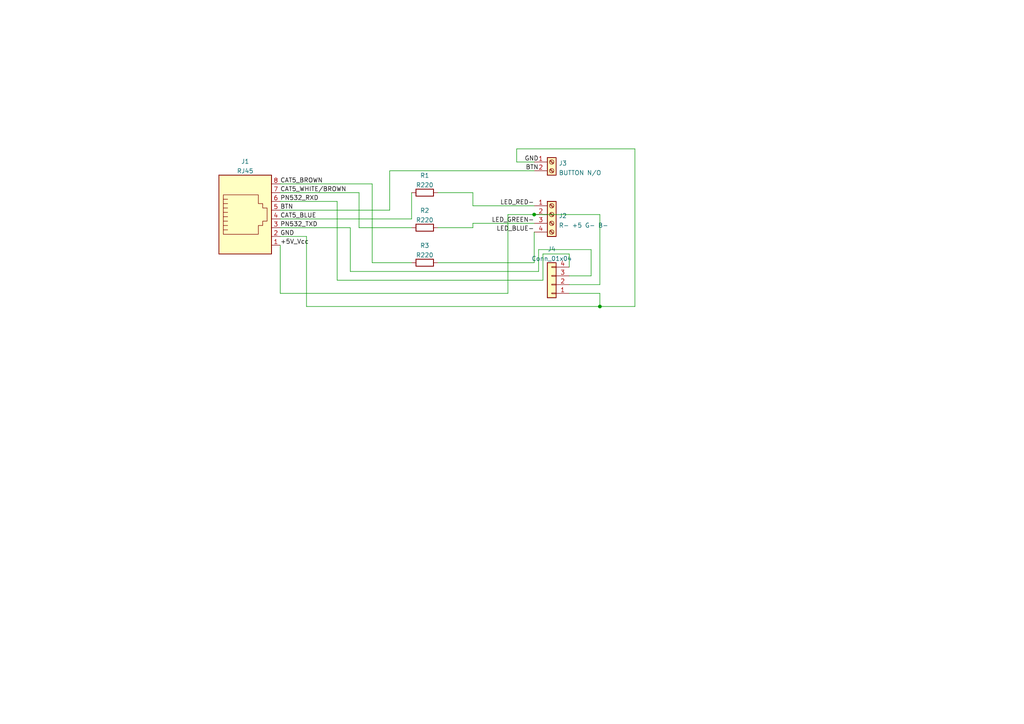
<source format=kicad_sch>
(kicad_sch (version 20211123) (generator eeschema)
  (paper "A4")
  (lib_symbols
    (symbol "Connector:RJ45" (pin_names (offset 1.016))
      (property "Reference" "J" (at -5.08 13.97 0))
      (property "Value" "RJ45" (at 2.54 13.97 0))
      (symbol "RJ45_0_1"
        (polyline (pts (xy -5.08 4.445) (xy -6.35 4.445)))
        (polyline (pts (xy -5.08 5.715) (xy -6.35 5.715)))
        (polyline (pts (xy -6.35 -3.175) (xy -5.08 -3.175) (xy -5.08 -3.175)))
        (polyline (pts (xy -6.35 -1.905) (xy -5.08 -1.905) (xy -5.08 -1.905)))
        (polyline (pts (xy -6.35 -0.635) (xy -5.08 -0.635) (xy -5.08 -0.635)))
        (polyline (pts (xy -6.35 0.635) (xy -5.08 0.635) (xy -5.08 0.635)))
        (polyline (pts (xy -6.35 1.905) (xy -5.08 1.905) (xy -5.08 1.905)))
        (polyline (pts (xy -5.08 3.175) (xy -6.35 3.175) (xy -6.35 3.175)))
        (polyline (pts (xy -6.35 -4.445) (xy -6.35 6.985) (xy 3.81 6.985) (xy 3.81 4.445) (xy 5.08 4.445) (xy 5.08 3.175) (xy 6.35 3.175) (xy 6.35 -0.635) (xy 5.08 -0.635) (xy 5.08 -1.905) (xy 3.81 -1.905) (xy 3.81 -4.445) (xy -6.35 -4.445) (xy -6.35 -4.445)))
        (rectangle (start 7.62 12.7) (end -7.62 -10.16) (stroke (width 0.254)) (fill (type background)))
      )
      (symbol "RJ45_1_1"
        (pin passive line (at 10.16 -7.62 180) (length 2.54) (name "~") (number "1"))
        (pin passive line (at 10.16 -5.08 180) (length 2.54) (name "~") (number "2"))
        (pin passive line (at 10.16 -2.54 180) (length 2.54) (name "~") (number "3"))
        (pin passive line (at 10.16 0 180) (length 2.54) (name "~") (number "4"))
        (pin passive line (at 10.16 2.54 180) (length 2.54) (name "~") (number "5"))
        (pin passive line (at 10.16 5.08 180) (length 2.54) (name "~") (number "6"))
        (pin passive line (at 10.16 7.62 180) (length 2.54) (name "~") (number "7"))
        (pin passive line (at 10.16 10.16 180) (length 2.54) (name "~") (number "8"))
      )
    )
    (symbol "Connector:Screw_Terminal_01x02" (pin_names (offset 1.016) hide)
      (property "Reference" "J" (at 0 2.54 0))
      (property "Value" "Screw_Terminal_01x02" (at 0 -5.08 0))
      (symbol "Screw_Terminal_01x02_1_1"
        (rectangle (start -1.27 1.27) (end 1.27 -3.81) (stroke (width 0.254)) (fill (type background)))
        (circle (center 0 -2.54) (radius 0.635) (stroke (width 0.1524)))
        (polyline (pts (xy -0.5334 -2.2098) (xy 0.3302 -3.048)) (stroke (width 0.1524)))
        (polyline (pts (xy -0.5334 0.3302) (xy 0.3302 -0.508)) (stroke (width 0.1524)))
        (polyline (pts (xy -0.3556 -2.032) (xy 0.508 -2.8702)) (stroke (width 0.1524)))
        (polyline (pts (xy -0.3556 0.508) (xy 0.508 -0.3302)) (stroke (width 0.1524)))
        (circle (center 0 0) (radius 0.635) (stroke (width 0.1524)))
        (pin passive line (at -5.08 0 0) (length 3.81) (name "Pin_1") (number "1"))
        (pin passive line (at -5.08 -2.54 0) (length 3.81) (name "Pin_2") (number "2"))
      )
    )
    (symbol "Connector:Screw_Terminal_01x04" (pin_names (offset 1.016) hide)
      (property "Reference" "J" (at 0 5.08 0))
      (property "Value" "Screw_Terminal_01x04" (at 0 -7.62 0))
      (symbol "Screw_Terminal_01x04_1_1"
        (rectangle (start -1.27 3.81) (end 1.27 -6.35) (stroke (width 0.254)) (fill (type background)))
        (circle (center 0 -5.08) (radius 0.635) (stroke (width 0.1524)))
        (circle (center 0 -2.54) (radius 0.635) (stroke (width 0.1524)))
        (polyline (pts (xy -0.5334 -4.7498) (xy 0.3302 -5.588)) (stroke (width 0.1524)))
        (polyline (pts (xy -0.5334 -2.2098) (xy 0.3302 -3.048)) (stroke (width 0.1524)))
        (polyline (pts (xy -0.5334 0.3302) (xy 0.3302 -0.508)) (stroke (width 0.1524)))
        (polyline (pts (xy -0.5334 2.8702) (xy 0.3302 2.032)) (stroke (width 0.1524)))
        (polyline (pts (xy -0.3556 -4.572) (xy 0.508 -5.4102)) (stroke (width 0.1524)))
        (polyline (pts (xy -0.3556 -2.032) (xy 0.508 -2.8702)) (stroke (width 0.1524)))
        (polyline (pts (xy -0.3556 0.508) (xy 0.508 -0.3302)) (stroke (width 0.1524)))
        (polyline (pts (xy -0.3556 3.048) (xy 0.508 2.2098)) (stroke (width 0.1524)))
        (circle (center 0 0) (radius 0.635) (stroke (width 0.1524)))
        (circle (center 0 2.54) (radius 0.635) (stroke (width 0.1524)))
        (pin passive line (at -5.08 2.54 0) (length 3.81) (name "Pin_1") (number "1"))
        (pin passive line (at -5.08 0 0) (length 3.81) (name "Pin_2") (number "2"))
        (pin passive line (at -5.08 -2.54 0) (length 3.81) (name "Pin_3") (number "3"))
        (pin passive line (at -5.08 -5.08 0) (length 3.81) (name "Pin_4") (number "4"))
      )
    )
    (symbol "Connector_Generic:Conn_01x04" (pin_names (offset 1.016) hide)
      (property "Reference" "J" (at 0 5.08 0))
      (property "Value" "Conn_01x04" (at 0 -7.62 0))
      (symbol "Conn_01x04_1_1"
        (rectangle (start -1.27 -4.953) (end 0 -5.207) (stroke (width 0.1524)))
        (rectangle (start -1.27 -2.413) (end 0 -2.667) (stroke (width 0.1524)))
        (rectangle (start -1.27 0.127) (end 0 -0.127) (stroke (width 0.1524)))
        (rectangle (start -1.27 2.667) (end 0 2.413) (stroke (width 0.1524)))
        (rectangle (start -1.27 3.81) (end 1.27 -6.35) (stroke (width 0.254)) (fill (type background)))
        (pin passive line (at -5.08 2.54 0) (length 3.81) (name "Pin_1") (number "1"))
        (pin passive line (at -5.08 0 0) (length 3.81) (name "Pin_2") (number "2"))
        (pin passive line (at -5.08 -2.54 0) (length 3.81) (name "Pin_3") (number "3"))
        (pin passive line (at -5.08 -5.08 0) (length 3.81) (name "Pin_4") (number "4"))
      )
    )
    (symbol "Device:R" (pin_numbers hide) (pin_names (offset 0))
      (property "Reference" "R" (at 2.032 0 90))
      (property "Value" "R" (at 0 0 90))
      (symbol "R_0_1"
        (rectangle (start -1.016 -2.54) (end 1.016 2.54) (stroke (width 0.254)))
      )
      (symbol "R_1_1"
        (pin passive line (at 0 3.81 270) (length 1.27) (name "~") (number "1"))
        (pin passive line (at 0 -3.81 90) (length 1.27) (name "~") (number "2"))
      )
    )
  )
  (junction (at 173.99 88.9))
  (junction (at 154.94 62.23))
  (wire (pts (xy 173.99 88.9) (xy 184.15 88.9)))
  (wire (pts (xy 165.1 73.66) (xy 165.1 77.47)))
  (wire (pts (xy 113.03 49.53) (xy 154.94 49.53)))
  (wire (pts (xy 149.86 46.99) (xy 154.94 46.99)))
  (wire (pts (xy 97.79 58.42) (xy 97.79 81.28)))
  (wire (pts (xy 104.14 66.04) (xy 119.38 66.04)))
  (wire (pts (xy 147.32 62.23) (xy 147.32 85.09)))
  (wire (pts (xy 81.28 71.12) (xy 81.28 85.09)))
  (wire (pts (xy 137.16 55.88) (xy 137.16 59.69)))
  (wire (pts (xy 157.48 73.66) (xy 165.1 73.66)))
  (wire (pts (xy 88.9 68.58) (xy 88.9 88.9)))
  (wire (pts (xy 127 66.04) (xy 137.16 66.04)))
  (wire (pts (xy 165.1 82.55) (xy 173.99 82.55)))
  (wire (pts (xy 165.1 80.01) (xy 171.45 80.01)))
  (wire (pts (xy 137.16 66.04) (xy 137.16 64.77)))
  (wire (pts (xy 154.94 62.23) (xy 173.99 62.23)))
  (wire (pts (xy 104.14 55.88) (xy 104.14 66.04)))
  (wire (pts (xy 147.32 62.23) (xy 154.94 62.23)))
  (wire (pts (xy 88.9 88.9) (xy 173.99 88.9)))
  (wire (pts (xy 81.28 85.09) (xy 147.32 85.09)))
  (wire (pts (xy 101.6 78.74) (xy 156.21 78.74)))
  (wire (pts (xy 107.95 76.2) (xy 119.38 76.2)))
  (wire (pts (xy 81.28 55.88) (xy 104.14 55.88)))
  (wire (pts (xy 119.38 63.5) (xy 119.38 55.88)))
  (wire (pts (xy 184.15 43.18) (xy 149.86 43.18)))
  (wire (pts (xy 97.79 81.28) (xy 157.48 81.28)))
  (wire (pts (xy 127 55.88) (xy 137.16 55.88)))
  (wire (pts (xy 184.15 43.18) (xy 184.15 88.9)))
  (wire (pts (xy 157.48 81.28) (xy 157.48 73.66)))
  (wire (pts (xy 171.45 72.39) (xy 156.21 72.39)))
  (wire (pts (xy 113.03 60.96) (xy 113.03 49.53)))
  (wire (pts (xy 171.45 80.01) (xy 171.45 72.39)))
  (wire (pts (xy 81.28 53.34) (xy 107.95 53.34)))
  (wire (pts (xy 149.86 43.18) (xy 149.86 46.99)))
  (wire (pts (xy 156.21 72.39) (xy 156.21 78.74)))
  (wire (pts (xy 165.1 85.09) (xy 173.99 85.09)))
  (wire (pts (xy 81.28 58.42) (xy 97.79 58.42)))
  (wire (pts (xy 101.6 78.74) (xy 101.6 66.04)))
  (wire (pts (xy 107.95 53.34) (xy 107.95 76.2)))
  (wire (pts (xy 81.28 60.96) (xy 113.03 60.96)))
  (wire (pts (xy 127 76.2) (xy 154.94 76.2)))
  (wire (pts (xy 173.99 82.55) (xy 173.99 62.23)))
  (wire (pts (xy 137.16 64.77) (xy 154.94 64.77)))
  (wire (pts (xy 137.16 59.69) (xy 154.94 59.69)))
  (wire (pts (xy 81.28 68.58) (xy 88.9 68.58)))
  (wire (pts (xy 173.99 85.09) (xy 173.99 88.9)))
  (wire (pts (xy 154.94 76.2) (xy 154.94 67.31)))
  (wire (pts (xy 81.28 63.5) (xy 119.38 63.5)))
  (wire (pts (xy 81.28 66.04) (xy 101.6 66.04)))
  (label "PN532_TXD" (at 81.28 66.04 0))
  (label "LED_BLUE-" (at 154.94 67.31 180))
  (label "LED_GREEN-" (at 154.94 64.77 180))
  (label "GND" (at 81.28 68.58 0))
  (label "BTN" (at 81.28 60.96 0))
  (label "GND" (at 156.21 46.99 180))
  (label "+5V_Vcc" (at 81.28 71.12 0))
  (label "PN532_RXD" (at 81.28 58.42 0))
  (label "CAT5_WHITE{slash}BROWN" (at 81.28 55.88 0))
  (label "BTN" (at 156.21 49.53 180))
  (label "CAT5_BLUE" (at 81.28 63.5 0))
  (label "LED_RED-" (at 154.94 59.69 180))
  (label "CAT5_BROWN" (at 81.28 53.34 0))
  (symbol (lib_id "Connector:Screw_Terminal_01x04") (at 160.02 62.23 0) (unit 1)
    (property "Reference" "J2" (at 162.052 62.5915 0) (effects (justify left)))
    (property "Value" "R- +5 G- B-" (at 162.052 65.3666 0) (effects (justify left)))
    (property "Footprint" "TerminalBlock_TE-Connectivity:TerminalBlock_TE_282834-4_1x04_P2.54mm_Horizontal" (effects hide))
  )
  (symbol (lib_id "Device:R") (at 123.19 55.88 90) (unit 1)
    (property "Reference" "R1" (at 123.19 50.8975 90))
    (property "Value" "R220" (at 123.19 53.6726 90))
    (property "Footprint" "Resistor_THT:R_Axial_DIN0309_L9.0mm_D3.2mm_P12.70mm_Horizontal" (effects hide))
  )
  (symbol (lib_id "Connector_Generic:Conn_01x04") (at 160.02 82.55 180) (unit 1)
    (property "Reference" "J4" (at 160.02 72.2335 0))
    (property "Value" "Conn_01x04" (at 160.02 75.0086 0))
    (property "Footprint" "Connector_PinSocket_2.54mm:PinSocket_1x04_P2.54mm_Horizontal" (effects hide))
    (property "Datasheet" "https://uk.rs-online.com/web/p/pcb-sockets/8277659" (effects hide))
    (property "note" "Trim to size" (effects hide))
  )
  (symbol (lib_id "Device:R") (at 123.19 76.2 90) (unit 1)
    (property "Reference" "R3" (at 123.19 71.2175 90))
    (property "Value" "R220" (at 123.19 73.9926 90))
    (property "Footprint" "Resistor_THT:R_Axial_DIN0309_L9.0mm_D3.2mm_P12.70mm_Horizontal" (effects hide))
  )
  (symbol (lib_id "Connector:Screw_Terminal_01x02") (at 160.02 46.99 0) (unit 1)
    (property "Reference" "J3" (at 162.052 47.3515 0) (effects (justify left)))
    (property "Value" "BUTTON N/O" (at 162.052 50.1266 0) (effects (justify left)))
    (property "Footprint" "TerminalBlock_TE-Connectivity:TerminalBlock_TE_282834-2_1x02_P2.54mm_Horizontal" (effects hide))
  )
  (symbol (lib_id "Connector:RJ45") (at 71.12 63.5 0) (unit 1)
    (property "Reference" "J1" (at 71.12 46.8335 0))
    (property "Value" "RJ45" (at 71.12 49.6086 0))
    (property "Footprint" "Connector_RJ:RJ45_Amphenol_RJHSE5380" (effects hide))
  )
  (symbol (lib_id "Device:R") (at 123.19 66.04 90) (unit 1)
    (property "Reference" "R2" (at 123.19 61.0575 90))
    (property "Value" "R220" (at 123.19 63.8326 90))
    (property "Footprint" "Resistor_THT:R_Axial_DIN0309_L9.0mm_D3.2mm_P12.70mm_Horizontal" (effects hide))
  )
)
</source>
